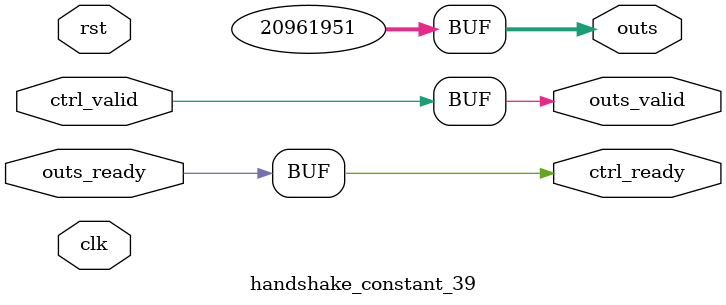
<source format=v>
`timescale 1ns / 1ps
module handshake_constant_39 #(
  parameter DATA_WIDTH = 32  // Default set to 32 bits
) (
  input                       clk,
  input                       rst,
  // Input Channel
  input                       ctrl_valid,
  output                      ctrl_ready,
  // Output Channel
  output [DATA_WIDTH - 1 : 0] outs,
  output                      outs_valid,
  input                       outs_ready
);
  assign outs       = 26'b01001111111101101010011111;
  assign outs_valid = ctrl_valid;
  assign ctrl_ready = outs_ready;

endmodule

</source>
